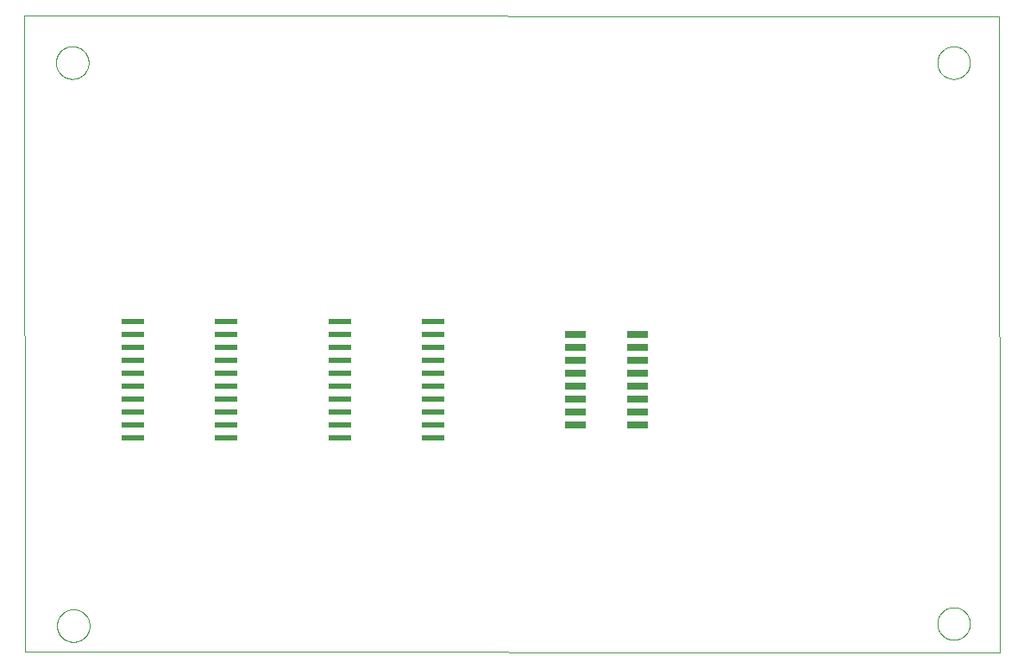
<source format=gbp>
G75*
%MOIN*%
%OFA0B0*%
%FSLAX25Y25*%
%IPPOS*%
%LPD*%
%AMOC8*
5,1,8,0,0,1.08239X$1,22.5*
%
%ADD10C,0.00000*%
%ADD11R,0.08661X0.02362*%
%ADD12R,0.08000X0.02600*%
D10*
X0002233Y0002391D02*
X0002076Y0248335D01*
X0378808Y0248257D01*
X0379083Y0002272D01*
X0002233Y0002391D01*
X0014674Y0012509D02*
X0014676Y0012667D01*
X0014682Y0012825D01*
X0014692Y0012983D01*
X0014706Y0013141D01*
X0014724Y0013298D01*
X0014745Y0013455D01*
X0014771Y0013611D01*
X0014801Y0013767D01*
X0014834Y0013922D01*
X0014872Y0014075D01*
X0014913Y0014228D01*
X0014958Y0014380D01*
X0015007Y0014531D01*
X0015060Y0014680D01*
X0015116Y0014828D01*
X0015176Y0014974D01*
X0015240Y0015119D01*
X0015308Y0015262D01*
X0015379Y0015404D01*
X0015453Y0015544D01*
X0015531Y0015681D01*
X0015613Y0015817D01*
X0015697Y0015951D01*
X0015786Y0016082D01*
X0015877Y0016211D01*
X0015972Y0016338D01*
X0016069Y0016463D01*
X0016170Y0016585D01*
X0016274Y0016704D01*
X0016381Y0016821D01*
X0016491Y0016935D01*
X0016604Y0017046D01*
X0016719Y0017155D01*
X0016837Y0017260D01*
X0016958Y0017362D01*
X0017081Y0017462D01*
X0017207Y0017558D01*
X0017335Y0017651D01*
X0017465Y0017741D01*
X0017598Y0017827D01*
X0017733Y0017911D01*
X0017869Y0017990D01*
X0018008Y0018067D01*
X0018149Y0018139D01*
X0018291Y0018209D01*
X0018435Y0018274D01*
X0018581Y0018336D01*
X0018728Y0018394D01*
X0018877Y0018449D01*
X0019027Y0018500D01*
X0019178Y0018547D01*
X0019330Y0018590D01*
X0019483Y0018629D01*
X0019638Y0018665D01*
X0019793Y0018696D01*
X0019949Y0018724D01*
X0020105Y0018748D01*
X0020262Y0018768D01*
X0020420Y0018784D01*
X0020577Y0018796D01*
X0020736Y0018804D01*
X0020894Y0018808D01*
X0021052Y0018808D01*
X0021210Y0018804D01*
X0021369Y0018796D01*
X0021526Y0018784D01*
X0021684Y0018768D01*
X0021841Y0018748D01*
X0021997Y0018724D01*
X0022153Y0018696D01*
X0022308Y0018665D01*
X0022463Y0018629D01*
X0022616Y0018590D01*
X0022768Y0018547D01*
X0022919Y0018500D01*
X0023069Y0018449D01*
X0023218Y0018394D01*
X0023365Y0018336D01*
X0023511Y0018274D01*
X0023655Y0018209D01*
X0023797Y0018139D01*
X0023938Y0018067D01*
X0024077Y0017990D01*
X0024213Y0017911D01*
X0024348Y0017827D01*
X0024481Y0017741D01*
X0024611Y0017651D01*
X0024739Y0017558D01*
X0024865Y0017462D01*
X0024988Y0017362D01*
X0025109Y0017260D01*
X0025227Y0017155D01*
X0025342Y0017046D01*
X0025455Y0016935D01*
X0025565Y0016821D01*
X0025672Y0016704D01*
X0025776Y0016585D01*
X0025877Y0016463D01*
X0025974Y0016338D01*
X0026069Y0016211D01*
X0026160Y0016082D01*
X0026249Y0015951D01*
X0026333Y0015817D01*
X0026415Y0015681D01*
X0026493Y0015544D01*
X0026567Y0015404D01*
X0026638Y0015262D01*
X0026706Y0015119D01*
X0026770Y0014974D01*
X0026830Y0014828D01*
X0026886Y0014680D01*
X0026939Y0014531D01*
X0026988Y0014380D01*
X0027033Y0014228D01*
X0027074Y0014075D01*
X0027112Y0013922D01*
X0027145Y0013767D01*
X0027175Y0013611D01*
X0027201Y0013455D01*
X0027222Y0013298D01*
X0027240Y0013141D01*
X0027254Y0012983D01*
X0027264Y0012825D01*
X0027270Y0012667D01*
X0027272Y0012509D01*
X0027270Y0012351D01*
X0027264Y0012193D01*
X0027254Y0012035D01*
X0027240Y0011877D01*
X0027222Y0011720D01*
X0027201Y0011563D01*
X0027175Y0011407D01*
X0027145Y0011251D01*
X0027112Y0011096D01*
X0027074Y0010943D01*
X0027033Y0010790D01*
X0026988Y0010638D01*
X0026939Y0010487D01*
X0026886Y0010338D01*
X0026830Y0010190D01*
X0026770Y0010044D01*
X0026706Y0009899D01*
X0026638Y0009756D01*
X0026567Y0009614D01*
X0026493Y0009474D01*
X0026415Y0009337D01*
X0026333Y0009201D01*
X0026249Y0009067D01*
X0026160Y0008936D01*
X0026069Y0008807D01*
X0025974Y0008680D01*
X0025877Y0008555D01*
X0025776Y0008433D01*
X0025672Y0008314D01*
X0025565Y0008197D01*
X0025455Y0008083D01*
X0025342Y0007972D01*
X0025227Y0007863D01*
X0025109Y0007758D01*
X0024988Y0007656D01*
X0024865Y0007556D01*
X0024739Y0007460D01*
X0024611Y0007367D01*
X0024481Y0007277D01*
X0024348Y0007191D01*
X0024213Y0007107D01*
X0024077Y0007028D01*
X0023938Y0006951D01*
X0023797Y0006879D01*
X0023655Y0006809D01*
X0023511Y0006744D01*
X0023365Y0006682D01*
X0023218Y0006624D01*
X0023069Y0006569D01*
X0022919Y0006518D01*
X0022768Y0006471D01*
X0022616Y0006428D01*
X0022463Y0006389D01*
X0022308Y0006353D01*
X0022153Y0006322D01*
X0021997Y0006294D01*
X0021841Y0006270D01*
X0021684Y0006250D01*
X0021526Y0006234D01*
X0021369Y0006222D01*
X0021210Y0006214D01*
X0021052Y0006210D01*
X0020894Y0006210D01*
X0020736Y0006214D01*
X0020577Y0006222D01*
X0020420Y0006234D01*
X0020262Y0006250D01*
X0020105Y0006270D01*
X0019949Y0006294D01*
X0019793Y0006322D01*
X0019638Y0006353D01*
X0019483Y0006389D01*
X0019330Y0006428D01*
X0019178Y0006471D01*
X0019027Y0006518D01*
X0018877Y0006569D01*
X0018728Y0006624D01*
X0018581Y0006682D01*
X0018435Y0006744D01*
X0018291Y0006809D01*
X0018149Y0006879D01*
X0018008Y0006951D01*
X0017869Y0007028D01*
X0017733Y0007107D01*
X0017598Y0007191D01*
X0017465Y0007277D01*
X0017335Y0007367D01*
X0017207Y0007460D01*
X0017081Y0007556D01*
X0016958Y0007656D01*
X0016837Y0007758D01*
X0016719Y0007863D01*
X0016604Y0007972D01*
X0016491Y0008083D01*
X0016381Y0008197D01*
X0016274Y0008314D01*
X0016170Y0008433D01*
X0016069Y0008555D01*
X0015972Y0008680D01*
X0015877Y0008807D01*
X0015786Y0008936D01*
X0015697Y0009067D01*
X0015613Y0009201D01*
X0015531Y0009337D01*
X0015453Y0009474D01*
X0015379Y0009614D01*
X0015308Y0009756D01*
X0015240Y0009899D01*
X0015176Y0010044D01*
X0015116Y0010190D01*
X0015060Y0010338D01*
X0015007Y0010487D01*
X0014958Y0010638D01*
X0014913Y0010790D01*
X0014872Y0010943D01*
X0014834Y0011096D01*
X0014801Y0011251D01*
X0014771Y0011407D01*
X0014745Y0011563D01*
X0014724Y0011720D01*
X0014706Y0011877D01*
X0014692Y0012035D01*
X0014682Y0012193D01*
X0014676Y0012351D01*
X0014674Y0012509D01*
X0014281Y0230225D02*
X0014283Y0230383D01*
X0014289Y0230541D01*
X0014299Y0230699D01*
X0014313Y0230857D01*
X0014331Y0231014D01*
X0014352Y0231171D01*
X0014378Y0231327D01*
X0014408Y0231483D01*
X0014441Y0231638D01*
X0014479Y0231791D01*
X0014520Y0231944D01*
X0014565Y0232096D01*
X0014614Y0232247D01*
X0014667Y0232396D01*
X0014723Y0232544D01*
X0014783Y0232690D01*
X0014847Y0232835D01*
X0014915Y0232978D01*
X0014986Y0233120D01*
X0015060Y0233260D01*
X0015138Y0233397D01*
X0015220Y0233533D01*
X0015304Y0233667D01*
X0015393Y0233798D01*
X0015484Y0233927D01*
X0015579Y0234054D01*
X0015676Y0234179D01*
X0015777Y0234301D01*
X0015881Y0234420D01*
X0015988Y0234537D01*
X0016098Y0234651D01*
X0016211Y0234762D01*
X0016326Y0234871D01*
X0016444Y0234976D01*
X0016565Y0235078D01*
X0016688Y0235178D01*
X0016814Y0235274D01*
X0016942Y0235367D01*
X0017072Y0235457D01*
X0017205Y0235543D01*
X0017340Y0235627D01*
X0017476Y0235706D01*
X0017615Y0235783D01*
X0017756Y0235855D01*
X0017898Y0235925D01*
X0018042Y0235990D01*
X0018188Y0236052D01*
X0018335Y0236110D01*
X0018484Y0236165D01*
X0018634Y0236216D01*
X0018785Y0236263D01*
X0018937Y0236306D01*
X0019090Y0236345D01*
X0019245Y0236381D01*
X0019400Y0236412D01*
X0019556Y0236440D01*
X0019712Y0236464D01*
X0019869Y0236484D01*
X0020027Y0236500D01*
X0020184Y0236512D01*
X0020343Y0236520D01*
X0020501Y0236524D01*
X0020659Y0236524D01*
X0020817Y0236520D01*
X0020976Y0236512D01*
X0021133Y0236500D01*
X0021291Y0236484D01*
X0021448Y0236464D01*
X0021604Y0236440D01*
X0021760Y0236412D01*
X0021915Y0236381D01*
X0022070Y0236345D01*
X0022223Y0236306D01*
X0022375Y0236263D01*
X0022526Y0236216D01*
X0022676Y0236165D01*
X0022825Y0236110D01*
X0022972Y0236052D01*
X0023118Y0235990D01*
X0023262Y0235925D01*
X0023404Y0235855D01*
X0023545Y0235783D01*
X0023684Y0235706D01*
X0023820Y0235627D01*
X0023955Y0235543D01*
X0024088Y0235457D01*
X0024218Y0235367D01*
X0024346Y0235274D01*
X0024472Y0235178D01*
X0024595Y0235078D01*
X0024716Y0234976D01*
X0024834Y0234871D01*
X0024949Y0234762D01*
X0025062Y0234651D01*
X0025172Y0234537D01*
X0025279Y0234420D01*
X0025383Y0234301D01*
X0025484Y0234179D01*
X0025581Y0234054D01*
X0025676Y0233927D01*
X0025767Y0233798D01*
X0025856Y0233667D01*
X0025940Y0233533D01*
X0026022Y0233397D01*
X0026100Y0233260D01*
X0026174Y0233120D01*
X0026245Y0232978D01*
X0026313Y0232835D01*
X0026377Y0232690D01*
X0026437Y0232544D01*
X0026493Y0232396D01*
X0026546Y0232247D01*
X0026595Y0232096D01*
X0026640Y0231944D01*
X0026681Y0231791D01*
X0026719Y0231638D01*
X0026752Y0231483D01*
X0026782Y0231327D01*
X0026808Y0231171D01*
X0026829Y0231014D01*
X0026847Y0230857D01*
X0026861Y0230699D01*
X0026871Y0230541D01*
X0026877Y0230383D01*
X0026879Y0230225D01*
X0026877Y0230067D01*
X0026871Y0229909D01*
X0026861Y0229751D01*
X0026847Y0229593D01*
X0026829Y0229436D01*
X0026808Y0229279D01*
X0026782Y0229123D01*
X0026752Y0228967D01*
X0026719Y0228812D01*
X0026681Y0228659D01*
X0026640Y0228506D01*
X0026595Y0228354D01*
X0026546Y0228203D01*
X0026493Y0228054D01*
X0026437Y0227906D01*
X0026377Y0227760D01*
X0026313Y0227615D01*
X0026245Y0227472D01*
X0026174Y0227330D01*
X0026100Y0227190D01*
X0026022Y0227053D01*
X0025940Y0226917D01*
X0025856Y0226783D01*
X0025767Y0226652D01*
X0025676Y0226523D01*
X0025581Y0226396D01*
X0025484Y0226271D01*
X0025383Y0226149D01*
X0025279Y0226030D01*
X0025172Y0225913D01*
X0025062Y0225799D01*
X0024949Y0225688D01*
X0024834Y0225579D01*
X0024716Y0225474D01*
X0024595Y0225372D01*
X0024472Y0225272D01*
X0024346Y0225176D01*
X0024218Y0225083D01*
X0024088Y0224993D01*
X0023955Y0224907D01*
X0023820Y0224823D01*
X0023684Y0224744D01*
X0023545Y0224667D01*
X0023404Y0224595D01*
X0023262Y0224525D01*
X0023118Y0224460D01*
X0022972Y0224398D01*
X0022825Y0224340D01*
X0022676Y0224285D01*
X0022526Y0224234D01*
X0022375Y0224187D01*
X0022223Y0224144D01*
X0022070Y0224105D01*
X0021915Y0224069D01*
X0021760Y0224038D01*
X0021604Y0224010D01*
X0021448Y0223986D01*
X0021291Y0223966D01*
X0021133Y0223950D01*
X0020976Y0223938D01*
X0020817Y0223930D01*
X0020659Y0223926D01*
X0020501Y0223926D01*
X0020343Y0223930D01*
X0020184Y0223938D01*
X0020027Y0223950D01*
X0019869Y0223966D01*
X0019712Y0223986D01*
X0019556Y0224010D01*
X0019400Y0224038D01*
X0019245Y0224069D01*
X0019090Y0224105D01*
X0018937Y0224144D01*
X0018785Y0224187D01*
X0018634Y0224234D01*
X0018484Y0224285D01*
X0018335Y0224340D01*
X0018188Y0224398D01*
X0018042Y0224460D01*
X0017898Y0224525D01*
X0017756Y0224595D01*
X0017615Y0224667D01*
X0017476Y0224744D01*
X0017340Y0224823D01*
X0017205Y0224907D01*
X0017072Y0224993D01*
X0016942Y0225083D01*
X0016814Y0225176D01*
X0016688Y0225272D01*
X0016565Y0225372D01*
X0016444Y0225474D01*
X0016326Y0225579D01*
X0016211Y0225688D01*
X0016098Y0225799D01*
X0015988Y0225913D01*
X0015881Y0226030D01*
X0015777Y0226149D01*
X0015676Y0226271D01*
X0015579Y0226396D01*
X0015484Y0226523D01*
X0015393Y0226652D01*
X0015304Y0226783D01*
X0015220Y0226917D01*
X0015138Y0227053D01*
X0015060Y0227190D01*
X0014986Y0227330D01*
X0014915Y0227472D01*
X0014847Y0227615D01*
X0014783Y0227760D01*
X0014723Y0227906D01*
X0014667Y0228054D01*
X0014614Y0228203D01*
X0014565Y0228354D01*
X0014520Y0228506D01*
X0014479Y0228659D01*
X0014441Y0228812D01*
X0014408Y0228967D01*
X0014378Y0229123D01*
X0014352Y0229279D01*
X0014331Y0229436D01*
X0014313Y0229593D01*
X0014299Y0229751D01*
X0014289Y0229909D01*
X0014283Y0230067D01*
X0014281Y0230225D01*
X0354832Y0230225D02*
X0354834Y0230383D01*
X0354840Y0230541D01*
X0354850Y0230699D01*
X0354864Y0230857D01*
X0354882Y0231014D01*
X0354903Y0231171D01*
X0354929Y0231327D01*
X0354959Y0231483D01*
X0354992Y0231638D01*
X0355030Y0231791D01*
X0355071Y0231944D01*
X0355116Y0232096D01*
X0355165Y0232247D01*
X0355218Y0232396D01*
X0355274Y0232544D01*
X0355334Y0232690D01*
X0355398Y0232835D01*
X0355466Y0232978D01*
X0355537Y0233120D01*
X0355611Y0233260D01*
X0355689Y0233397D01*
X0355771Y0233533D01*
X0355855Y0233667D01*
X0355944Y0233798D01*
X0356035Y0233927D01*
X0356130Y0234054D01*
X0356227Y0234179D01*
X0356328Y0234301D01*
X0356432Y0234420D01*
X0356539Y0234537D01*
X0356649Y0234651D01*
X0356762Y0234762D01*
X0356877Y0234871D01*
X0356995Y0234976D01*
X0357116Y0235078D01*
X0357239Y0235178D01*
X0357365Y0235274D01*
X0357493Y0235367D01*
X0357623Y0235457D01*
X0357756Y0235543D01*
X0357891Y0235627D01*
X0358027Y0235706D01*
X0358166Y0235783D01*
X0358307Y0235855D01*
X0358449Y0235925D01*
X0358593Y0235990D01*
X0358739Y0236052D01*
X0358886Y0236110D01*
X0359035Y0236165D01*
X0359185Y0236216D01*
X0359336Y0236263D01*
X0359488Y0236306D01*
X0359641Y0236345D01*
X0359796Y0236381D01*
X0359951Y0236412D01*
X0360107Y0236440D01*
X0360263Y0236464D01*
X0360420Y0236484D01*
X0360578Y0236500D01*
X0360735Y0236512D01*
X0360894Y0236520D01*
X0361052Y0236524D01*
X0361210Y0236524D01*
X0361368Y0236520D01*
X0361527Y0236512D01*
X0361684Y0236500D01*
X0361842Y0236484D01*
X0361999Y0236464D01*
X0362155Y0236440D01*
X0362311Y0236412D01*
X0362466Y0236381D01*
X0362621Y0236345D01*
X0362774Y0236306D01*
X0362926Y0236263D01*
X0363077Y0236216D01*
X0363227Y0236165D01*
X0363376Y0236110D01*
X0363523Y0236052D01*
X0363669Y0235990D01*
X0363813Y0235925D01*
X0363955Y0235855D01*
X0364096Y0235783D01*
X0364235Y0235706D01*
X0364371Y0235627D01*
X0364506Y0235543D01*
X0364639Y0235457D01*
X0364769Y0235367D01*
X0364897Y0235274D01*
X0365023Y0235178D01*
X0365146Y0235078D01*
X0365267Y0234976D01*
X0365385Y0234871D01*
X0365500Y0234762D01*
X0365613Y0234651D01*
X0365723Y0234537D01*
X0365830Y0234420D01*
X0365934Y0234301D01*
X0366035Y0234179D01*
X0366132Y0234054D01*
X0366227Y0233927D01*
X0366318Y0233798D01*
X0366407Y0233667D01*
X0366491Y0233533D01*
X0366573Y0233397D01*
X0366651Y0233260D01*
X0366725Y0233120D01*
X0366796Y0232978D01*
X0366864Y0232835D01*
X0366928Y0232690D01*
X0366988Y0232544D01*
X0367044Y0232396D01*
X0367097Y0232247D01*
X0367146Y0232096D01*
X0367191Y0231944D01*
X0367232Y0231791D01*
X0367270Y0231638D01*
X0367303Y0231483D01*
X0367333Y0231327D01*
X0367359Y0231171D01*
X0367380Y0231014D01*
X0367398Y0230857D01*
X0367412Y0230699D01*
X0367422Y0230541D01*
X0367428Y0230383D01*
X0367430Y0230225D01*
X0367428Y0230067D01*
X0367422Y0229909D01*
X0367412Y0229751D01*
X0367398Y0229593D01*
X0367380Y0229436D01*
X0367359Y0229279D01*
X0367333Y0229123D01*
X0367303Y0228967D01*
X0367270Y0228812D01*
X0367232Y0228659D01*
X0367191Y0228506D01*
X0367146Y0228354D01*
X0367097Y0228203D01*
X0367044Y0228054D01*
X0366988Y0227906D01*
X0366928Y0227760D01*
X0366864Y0227615D01*
X0366796Y0227472D01*
X0366725Y0227330D01*
X0366651Y0227190D01*
X0366573Y0227053D01*
X0366491Y0226917D01*
X0366407Y0226783D01*
X0366318Y0226652D01*
X0366227Y0226523D01*
X0366132Y0226396D01*
X0366035Y0226271D01*
X0365934Y0226149D01*
X0365830Y0226030D01*
X0365723Y0225913D01*
X0365613Y0225799D01*
X0365500Y0225688D01*
X0365385Y0225579D01*
X0365267Y0225474D01*
X0365146Y0225372D01*
X0365023Y0225272D01*
X0364897Y0225176D01*
X0364769Y0225083D01*
X0364639Y0224993D01*
X0364506Y0224907D01*
X0364371Y0224823D01*
X0364235Y0224744D01*
X0364096Y0224667D01*
X0363955Y0224595D01*
X0363813Y0224525D01*
X0363669Y0224460D01*
X0363523Y0224398D01*
X0363376Y0224340D01*
X0363227Y0224285D01*
X0363077Y0224234D01*
X0362926Y0224187D01*
X0362774Y0224144D01*
X0362621Y0224105D01*
X0362466Y0224069D01*
X0362311Y0224038D01*
X0362155Y0224010D01*
X0361999Y0223986D01*
X0361842Y0223966D01*
X0361684Y0223950D01*
X0361527Y0223938D01*
X0361368Y0223930D01*
X0361210Y0223926D01*
X0361052Y0223926D01*
X0360894Y0223930D01*
X0360735Y0223938D01*
X0360578Y0223950D01*
X0360420Y0223966D01*
X0360263Y0223986D01*
X0360107Y0224010D01*
X0359951Y0224038D01*
X0359796Y0224069D01*
X0359641Y0224105D01*
X0359488Y0224144D01*
X0359336Y0224187D01*
X0359185Y0224234D01*
X0359035Y0224285D01*
X0358886Y0224340D01*
X0358739Y0224398D01*
X0358593Y0224460D01*
X0358449Y0224525D01*
X0358307Y0224595D01*
X0358166Y0224667D01*
X0358027Y0224744D01*
X0357891Y0224823D01*
X0357756Y0224907D01*
X0357623Y0224993D01*
X0357493Y0225083D01*
X0357365Y0225176D01*
X0357239Y0225272D01*
X0357116Y0225372D01*
X0356995Y0225474D01*
X0356877Y0225579D01*
X0356762Y0225688D01*
X0356649Y0225799D01*
X0356539Y0225913D01*
X0356432Y0226030D01*
X0356328Y0226149D01*
X0356227Y0226271D01*
X0356130Y0226396D01*
X0356035Y0226523D01*
X0355944Y0226652D01*
X0355855Y0226783D01*
X0355771Y0226917D01*
X0355689Y0227053D01*
X0355611Y0227190D01*
X0355537Y0227330D01*
X0355466Y0227472D01*
X0355398Y0227615D01*
X0355334Y0227760D01*
X0355274Y0227906D01*
X0355218Y0228054D01*
X0355165Y0228203D01*
X0355116Y0228354D01*
X0355071Y0228506D01*
X0355030Y0228659D01*
X0354992Y0228812D01*
X0354959Y0228967D01*
X0354929Y0229123D01*
X0354903Y0229279D01*
X0354882Y0229436D01*
X0354864Y0229593D01*
X0354850Y0229751D01*
X0354840Y0229909D01*
X0354834Y0230067D01*
X0354832Y0230225D01*
X0354832Y0013296D02*
X0354834Y0013454D01*
X0354840Y0013612D01*
X0354850Y0013770D01*
X0354864Y0013928D01*
X0354882Y0014085D01*
X0354903Y0014242D01*
X0354929Y0014398D01*
X0354959Y0014554D01*
X0354992Y0014709D01*
X0355030Y0014862D01*
X0355071Y0015015D01*
X0355116Y0015167D01*
X0355165Y0015318D01*
X0355218Y0015467D01*
X0355274Y0015615D01*
X0355334Y0015761D01*
X0355398Y0015906D01*
X0355466Y0016049D01*
X0355537Y0016191D01*
X0355611Y0016331D01*
X0355689Y0016468D01*
X0355771Y0016604D01*
X0355855Y0016738D01*
X0355944Y0016869D01*
X0356035Y0016998D01*
X0356130Y0017125D01*
X0356227Y0017250D01*
X0356328Y0017372D01*
X0356432Y0017491D01*
X0356539Y0017608D01*
X0356649Y0017722D01*
X0356762Y0017833D01*
X0356877Y0017942D01*
X0356995Y0018047D01*
X0357116Y0018149D01*
X0357239Y0018249D01*
X0357365Y0018345D01*
X0357493Y0018438D01*
X0357623Y0018528D01*
X0357756Y0018614D01*
X0357891Y0018698D01*
X0358027Y0018777D01*
X0358166Y0018854D01*
X0358307Y0018926D01*
X0358449Y0018996D01*
X0358593Y0019061D01*
X0358739Y0019123D01*
X0358886Y0019181D01*
X0359035Y0019236D01*
X0359185Y0019287D01*
X0359336Y0019334D01*
X0359488Y0019377D01*
X0359641Y0019416D01*
X0359796Y0019452D01*
X0359951Y0019483D01*
X0360107Y0019511D01*
X0360263Y0019535D01*
X0360420Y0019555D01*
X0360578Y0019571D01*
X0360735Y0019583D01*
X0360894Y0019591D01*
X0361052Y0019595D01*
X0361210Y0019595D01*
X0361368Y0019591D01*
X0361527Y0019583D01*
X0361684Y0019571D01*
X0361842Y0019555D01*
X0361999Y0019535D01*
X0362155Y0019511D01*
X0362311Y0019483D01*
X0362466Y0019452D01*
X0362621Y0019416D01*
X0362774Y0019377D01*
X0362926Y0019334D01*
X0363077Y0019287D01*
X0363227Y0019236D01*
X0363376Y0019181D01*
X0363523Y0019123D01*
X0363669Y0019061D01*
X0363813Y0018996D01*
X0363955Y0018926D01*
X0364096Y0018854D01*
X0364235Y0018777D01*
X0364371Y0018698D01*
X0364506Y0018614D01*
X0364639Y0018528D01*
X0364769Y0018438D01*
X0364897Y0018345D01*
X0365023Y0018249D01*
X0365146Y0018149D01*
X0365267Y0018047D01*
X0365385Y0017942D01*
X0365500Y0017833D01*
X0365613Y0017722D01*
X0365723Y0017608D01*
X0365830Y0017491D01*
X0365934Y0017372D01*
X0366035Y0017250D01*
X0366132Y0017125D01*
X0366227Y0016998D01*
X0366318Y0016869D01*
X0366407Y0016738D01*
X0366491Y0016604D01*
X0366573Y0016468D01*
X0366651Y0016331D01*
X0366725Y0016191D01*
X0366796Y0016049D01*
X0366864Y0015906D01*
X0366928Y0015761D01*
X0366988Y0015615D01*
X0367044Y0015467D01*
X0367097Y0015318D01*
X0367146Y0015167D01*
X0367191Y0015015D01*
X0367232Y0014862D01*
X0367270Y0014709D01*
X0367303Y0014554D01*
X0367333Y0014398D01*
X0367359Y0014242D01*
X0367380Y0014085D01*
X0367398Y0013928D01*
X0367412Y0013770D01*
X0367422Y0013612D01*
X0367428Y0013454D01*
X0367430Y0013296D01*
X0367428Y0013138D01*
X0367422Y0012980D01*
X0367412Y0012822D01*
X0367398Y0012664D01*
X0367380Y0012507D01*
X0367359Y0012350D01*
X0367333Y0012194D01*
X0367303Y0012038D01*
X0367270Y0011883D01*
X0367232Y0011730D01*
X0367191Y0011577D01*
X0367146Y0011425D01*
X0367097Y0011274D01*
X0367044Y0011125D01*
X0366988Y0010977D01*
X0366928Y0010831D01*
X0366864Y0010686D01*
X0366796Y0010543D01*
X0366725Y0010401D01*
X0366651Y0010261D01*
X0366573Y0010124D01*
X0366491Y0009988D01*
X0366407Y0009854D01*
X0366318Y0009723D01*
X0366227Y0009594D01*
X0366132Y0009467D01*
X0366035Y0009342D01*
X0365934Y0009220D01*
X0365830Y0009101D01*
X0365723Y0008984D01*
X0365613Y0008870D01*
X0365500Y0008759D01*
X0365385Y0008650D01*
X0365267Y0008545D01*
X0365146Y0008443D01*
X0365023Y0008343D01*
X0364897Y0008247D01*
X0364769Y0008154D01*
X0364639Y0008064D01*
X0364506Y0007978D01*
X0364371Y0007894D01*
X0364235Y0007815D01*
X0364096Y0007738D01*
X0363955Y0007666D01*
X0363813Y0007596D01*
X0363669Y0007531D01*
X0363523Y0007469D01*
X0363376Y0007411D01*
X0363227Y0007356D01*
X0363077Y0007305D01*
X0362926Y0007258D01*
X0362774Y0007215D01*
X0362621Y0007176D01*
X0362466Y0007140D01*
X0362311Y0007109D01*
X0362155Y0007081D01*
X0361999Y0007057D01*
X0361842Y0007037D01*
X0361684Y0007021D01*
X0361527Y0007009D01*
X0361368Y0007001D01*
X0361210Y0006997D01*
X0361052Y0006997D01*
X0360894Y0007001D01*
X0360735Y0007009D01*
X0360578Y0007021D01*
X0360420Y0007037D01*
X0360263Y0007057D01*
X0360107Y0007081D01*
X0359951Y0007109D01*
X0359796Y0007140D01*
X0359641Y0007176D01*
X0359488Y0007215D01*
X0359336Y0007258D01*
X0359185Y0007305D01*
X0359035Y0007356D01*
X0358886Y0007411D01*
X0358739Y0007469D01*
X0358593Y0007531D01*
X0358449Y0007596D01*
X0358307Y0007666D01*
X0358166Y0007738D01*
X0358027Y0007815D01*
X0357891Y0007894D01*
X0357756Y0007978D01*
X0357623Y0008064D01*
X0357493Y0008154D01*
X0357365Y0008247D01*
X0357239Y0008343D01*
X0357116Y0008443D01*
X0356995Y0008545D01*
X0356877Y0008650D01*
X0356762Y0008759D01*
X0356649Y0008870D01*
X0356539Y0008984D01*
X0356432Y0009101D01*
X0356328Y0009220D01*
X0356227Y0009342D01*
X0356130Y0009467D01*
X0356035Y0009594D01*
X0355944Y0009723D01*
X0355855Y0009854D01*
X0355771Y0009988D01*
X0355689Y0010124D01*
X0355611Y0010261D01*
X0355537Y0010401D01*
X0355466Y0010543D01*
X0355398Y0010686D01*
X0355334Y0010831D01*
X0355274Y0010977D01*
X0355218Y0011125D01*
X0355165Y0011274D01*
X0355116Y0011425D01*
X0355071Y0011577D01*
X0355030Y0011730D01*
X0354992Y0011883D01*
X0354959Y0012038D01*
X0354929Y0012194D01*
X0354903Y0012350D01*
X0354882Y0012507D01*
X0354864Y0012664D01*
X0354850Y0012822D01*
X0354840Y0012980D01*
X0354834Y0013138D01*
X0354832Y0013296D01*
D11*
X0160146Y0085048D03*
X0160146Y0090048D03*
X0160146Y0095048D03*
X0160146Y0100048D03*
X0160146Y0105048D03*
X0160146Y0110048D03*
X0160146Y0115048D03*
X0160146Y0120048D03*
X0160146Y0125048D03*
X0160146Y0130048D03*
X0123926Y0130048D03*
X0123926Y0125048D03*
X0123926Y0120048D03*
X0123926Y0115048D03*
X0123926Y0110048D03*
X0123926Y0105048D03*
X0123926Y0100048D03*
X0123926Y0095048D03*
X0123926Y0090048D03*
X0123926Y0085048D03*
X0080146Y0085048D03*
X0080146Y0090048D03*
X0080146Y0095048D03*
X0080146Y0100048D03*
X0080146Y0105048D03*
X0080146Y0110048D03*
X0080146Y0115048D03*
X0080146Y0120048D03*
X0080146Y0125048D03*
X0080146Y0130048D03*
X0043926Y0130048D03*
X0043926Y0125048D03*
X0043926Y0120048D03*
X0043926Y0115048D03*
X0043926Y0110048D03*
X0043926Y0105048D03*
X0043926Y0100048D03*
X0043926Y0095048D03*
X0043926Y0090048D03*
X0043926Y0085048D03*
D12*
X0214936Y0090048D03*
X0214936Y0095048D03*
X0214936Y0100048D03*
X0214936Y0105048D03*
X0214936Y0110048D03*
X0214936Y0115048D03*
X0214936Y0120048D03*
X0214936Y0125048D03*
X0239136Y0125048D03*
X0239136Y0120048D03*
X0239136Y0115048D03*
X0239136Y0110048D03*
X0239136Y0105048D03*
X0239136Y0100048D03*
X0239136Y0095048D03*
X0239136Y0090048D03*
M02*

</source>
